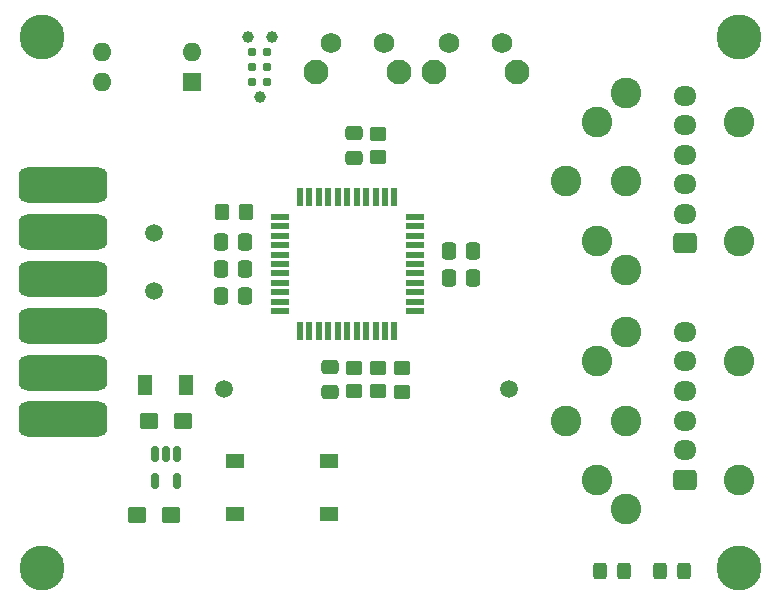
<source format=gts>
%TF.GenerationSoftware,KiCad,Pcbnew,(6.0.7)*%
%TF.CreationDate,2022-09-18T21:03:07-04:00*%
%TF.ProjectId,SD2IEC,53443249-4543-42e6-9b69-6361645f7063,A*%
%TF.SameCoordinates,Original*%
%TF.FileFunction,Soldermask,Top*%
%TF.FilePolarity,Negative*%
%FSLAX46Y46*%
G04 Gerber Fmt 4.6, Leading zero omitted, Abs format (unit mm)*
G04 Created by KiCad (PCBNEW (6.0.7)) date 2022-09-18 21:03:07*
%MOMM*%
%LPD*%
G01*
G04 APERTURE LIST*
G04 Aperture macros list*
%AMRoundRect*
0 Rectangle with rounded corners*
0 $1 Rounding radius*
0 $2 $3 $4 $5 $6 $7 $8 $9 X,Y pos of 4 corners*
0 Add a 4 corners polygon primitive as box body*
4,1,4,$2,$3,$4,$5,$6,$7,$8,$9,$2,$3,0*
0 Add four circle primitives for the rounded corners*
1,1,$1+$1,$2,$3*
1,1,$1+$1,$4,$5*
1,1,$1+$1,$6,$7*
1,1,$1+$1,$8,$9*
0 Add four rect primitives between the rounded corners*
20,1,$1+$1,$2,$3,$4,$5,0*
20,1,$1+$1,$4,$5,$6,$7,0*
20,1,$1+$1,$6,$7,$8,$9,0*
20,1,$1+$1,$8,$9,$2,$3,0*%
G04 Aperture macros list end*
%ADD10C,3.800000*%
%ADD11C,0.990600*%
%ADD12C,0.787400*%
%ADD13RoundRect,0.250000X0.337500X0.475000X-0.337500X0.475000X-0.337500X-0.475000X0.337500X-0.475000X0*%
%ADD14R,1.500000X0.550000*%
%ADD15R,0.550000X1.500000*%
%ADD16C,1.500000*%
%ADD17RoundRect,0.250000X-0.475000X0.337500X-0.475000X-0.337500X0.475000X-0.337500X0.475000X0.337500X0*%
%ADD18RoundRect,0.250000X0.475000X-0.337500X0.475000X0.337500X-0.475000X0.337500X-0.475000X-0.337500X0*%
%ADD19RoundRect,0.250000X-0.337500X-0.475000X0.337500X-0.475000X0.337500X0.475000X-0.337500X0.475000X0*%
%ADD20RoundRect,0.250000X0.350000X0.450000X-0.350000X0.450000X-0.350000X-0.450000X0.350000X-0.450000X0*%
%ADD21R,1.300000X1.700000*%
%ADD22RoundRect,0.150000X-0.150000X0.512500X-0.150000X-0.512500X0.150000X-0.512500X0.150000X0.512500X0*%
%ADD23RoundRect,0.250000X0.537500X0.425000X-0.537500X0.425000X-0.537500X-0.425000X0.537500X-0.425000X0*%
%ADD24R,1.600000X1.600000*%
%ADD25O,1.600000X1.600000*%
%ADD26C,2.600000*%
%ADD27RoundRect,0.250000X0.450000X-0.350000X0.450000X0.350000X-0.450000X0.350000X-0.450000X-0.350000X0*%
%ADD28C,2.100000*%
%ADD29C,1.750000*%
%ADD30R,1.550000X1.300000*%
%ADD31RoundRect,0.250000X0.325000X0.450000X-0.325000X0.450000X-0.325000X-0.450000X0.325000X-0.450000X0*%
%ADD32RoundRect,0.750000X-3.000000X0.750000X-3.000000X-0.750000X3.000000X-0.750000X3.000000X0.750000X0*%
%ADD33RoundRect,0.250000X0.725000X-0.600000X0.725000X0.600000X-0.725000X0.600000X-0.725000X-0.600000X0*%
%ADD34O,1.950000X1.700000*%
G04 APERTURE END LIST*
D10*
X145320000Y-81160000D03*
X86320000Y-81160000D03*
X145320000Y-126160000D03*
X86320000Y-126160000D03*
D11*
X103759000Y-81200000D03*
X104775000Y-86280000D03*
X105791000Y-81200000D03*
D12*
X105410000Y-85010000D03*
X104140000Y-85010000D03*
X105410000Y-83740000D03*
X104140000Y-83740000D03*
X105410000Y-82470000D03*
X104140000Y-82470000D03*
D13*
X103549500Y-103092000D03*
X101474500Y-103092000D03*
X103549500Y-100832000D03*
X101474500Y-100832000D03*
D14*
X106486000Y-96410000D03*
X106486000Y-97210000D03*
X106486000Y-98010000D03*
X106486000Y-98810000D03*
X106486000Y-99610000D03*
X106486000Y-100410000D03*
X106486000Y-101210000D03*
X106486000Y-102010000D03*
X106486000Y-102810000D03*
X106486000Y-103610000D03*
X106486000Y-104410000D03*
D15*
X108186000Y-106110000D03*
X108986000Y-106110000D03*
X109786000Y-106110000D03*
X110586000Y-106110000D03*
X111386000Y-106110000D03*
X112186000Y-106110000D03*
X112986000Y-106110000D03*
X113786000Y-106110000D03*
X114586000Y-106110000D03*
X115386000Y-106110000D03*
X116186000Y-106110000D03*
D14*
X117886000Y-104410000D03*
X117886000Y-103610000D03*
X117886000Y-102810000D03*
X117886000Y-102010000D03*
X117886000Y-101210000D03*
X117886000Y-100410000D03*
X117886000Y-99610000D03*
X117886000Y-98810000D03*
X117886000Y-98010000D03*
X117886000Y-97210000D03*
X117886000Y-96410000D03*
D15*
X116186000Y-94710000D03*
X115386000Y-94710000D03*
X114586000Y-94710000D03*
X113786000Y-94710000D03*
X112986000Y-94710000D03*
X112186000Y-94710000D03*
X111386000Y-94710000D03*
X110586000Y-94710000D03*
X109786000Y-94710000D03*
X108986000Y-94710000D03*
X108186000Y-94710000D03*
D16*
X95820000Y-102660000D03*
X95820000Y-97780000D03*
D13*
X122853500Y-99308000D03*
X120778500Y-99308000D03*
D17*
X112776000Y-89354500D03*
X112776000Y-91429500D03*
D13*
X122853500Y-101568000D03*
X120778500Y-101568000D03*
D18*
X110744000Y-111241500D03*
X110744000Y-109166500D03*
D19*
X101474500Y-98520000D03*
X103549500Y-98520000D03*
D20*
X103616000Y-95980000D03*
X101616000Y-95980000D03*
D21*
X98570000Y-110660000D03*
X95070000Y-110660000D03*
D22*
X97770000Y-116522500D03*
X96820000Y-116522500D03*
X95870000Y-116522500D03*
X95870000Y-118797500D03*
X97770000Y-118797500D03*
D23*
X98257500Y-113660000D03*
X95382500Y-113660000D03*
X97257500Y-121660000D03*
X94382500Y-121660000D03*
D24*
X99017500Y-85015000D03*
D25*
X99017500Y-82475000D03*
X91397500Y-82475000D03*
X91397500Y-85015000D03*
D26*
X130720000Y-93422000D03*
X133320000Y-98422000D03*
X133320000Y-88422000D03*
X135820000Y-100922000D03*
X135820000Y-93422000D03*
X135820000Y-85922000D03*
X145320000Y-88422000D03*
X145320000Y-98422000D03*
X130720000Y-113660000D03*
X133320000Y-118660000D03*
X133320000Y-108660000D03*
X135820000Y-121160000D03*
X135820000Y-113660000D03*
X135820000Y-106160000D03*
X145320000Y-118660000D03*
X145320000Y-108660000D03*
D27*
X116840000Y-111220000D03*
X116840000Y-109220000D03*
X114808000Y-91392000D03*
X114808000Y-89392000D03*
D28*
X109570000Y-84150000D03*
X116580000Y-84150000D03*
D29*
X110820000Y-81660000D03*
X115320000Y-81660000D03*
D28*
X119570000Y-84150000D03*
X126580000Y-84150000D03*
D29*
X120820000Y-81660000D03*
X125320000Y-81660000D03*
D30*
X110660000Y-117050000D03*
X102700000Y-117050000D03*
X102700000Y-121550000D03*
X110660000Y-121550000D03*
D31*
X140725000Y-126412000D03*
X138675000Y-126412000D03*
X133595000Y-126412000D03*
X135645000Y-126412000D03*
D27*
X112776000Y-109204000D03*
X112776000Y-111204000D03*
X114808000Y-111204000D03*
X114808000Y-109204000D03*
D32*
X88108000Y-113560000D03*
X88108000Y-109600000D03*
X88108000Y-105640000D03*
X88108000Y-101680000D03*
X88108000Y-97720000D03*
X88108000Y-93760000D03*
D33*
X140820000Y-118660000D03*
D34*
X140820000Y-116160000D03*
X140820000Y-113660000D03*
X140820000Y-111160000D03*
X140820000Y-108660000D03*
X140820000Y-106160000D03*
D33*
X140820000Y-98660000D03*
D34*
X140820000Y-96160000D03*
X140820000Y-93660000D03*
X140820000Y-91160000D03*
X140820000Y-88660000D03*
X140820000Y-86160000D03*
D16*
X125920000Y-110952000D03*
X101720000Y-110952000D03*
M02*

</source>
